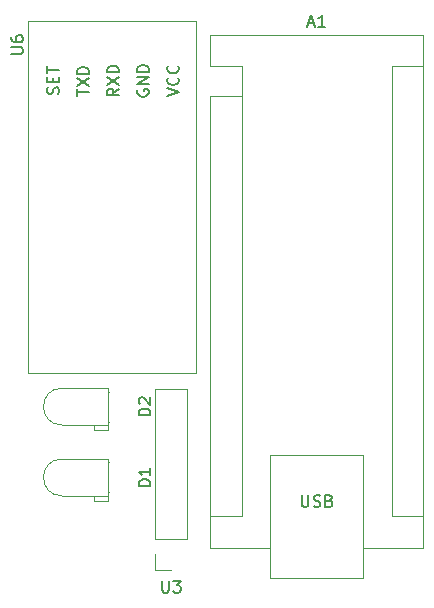
<source format=gbr>
%TF.GenerationSoftware,KiCad,Pcbnew,7.0.1*%
%TF.CreationDate,2023-04-05T12:26:27+02:00*%
%TF.ProjectId,STS,5354532e-6b69-4636-9164-5f7063625858,rev?*%
%TF.SameCoordinates,Original*%
%TF.FileFunction,Legend,Top*%
%TF.FilePolarity,Positive*%
%FSLAX46Y46*%
G04 Gerber Fmt 4.6, Leading zero omitted, Abs format (unit mm)*
G04 Created by KiCad (PCBNEW 7.0.1) date 2023-04-05 12:26:27*
%MOMM*%
%LPD*%
G01*
G04 APERTURE LIST*
%ADD10C,0.150000*%
%ADD11C,0.120000*%
G04 APERTURE END LIST*
D10*
%TO.C,D2*%
X111247619Y-99758094D02*
X110247619Y-99758094D01*
X110247619Y-99758094D02*
X110247619Y-99519999D01*
X110247619Y-99519999D02*
X110295238Y-99377142D01*
X110295238Y-99377142D02*
X110390476Y-99281904D01*
X110390476Y-99281904D02*
X110485714Y-99234285D01*
X110485714Y-99234285D02*
X110676190Y-99186666D01*
X110676190Y-99186666D02*
X110819047Y-99186666D01*
X110819047Y-99186666D02*
X111009523Y-99234285D01*
X111009523Y-99234285D02*
X111104761Y-99281904D01*
X111104761Y-99281904D02*
X111200000Y-99377142D01*
X111200000Y-99377142D02*
X111247619Y-99519999D01*
X111247619Y-99519999D02*
X111247619Y-99758094D01*
X110342857Y-98805713D02*
X110295238Y-98758094D01*
X110295238Y-98758094D02*
X110247619Y-98662856D01*
X110247619Y-98662856D02*
X110247619Y-98424761D01*
X110247619Y-98424761D02*
X110295238Y-98329523D01*
X110295238Y-98329523D02*
X110342857Y-98281904D01*
X110342857Y-98281904D02*
X110438095Y-98234285D01*
X110438095Y-98234285D02*
X110533333Y-98234285D01*
X110533333Y-98234285D02*
X110676190Y-98281904D01*
X110676190Y-98281904D02*
X111247619Y-98853332D01*
X111247619Y-98853332D02*
X111247619Y-98234285D01*
%TO.C,U3*%
X112238095Y-113772619D02*
X112238095Y-114582142D01*
X112238095Y-114582142D02*
X112285714Y-114677380D01*
X112285714Y-114677380D02*
X112333333Y-114725000D01*
X112333333Y-114725000D02*
X112428571Y-114772619D01*
X112428571Y-114772619D02*
X112619047Y-114772619D01*
X112619047Y-114772619D02*
X112714285Y-114725000D01*
X112714285Y-114725000D02*
X112761904Y-114677380D01*
X112761904Y-114677380D02*
X112809523Y-114582142D01*
X112809523Y-114582142D02*
X112809523Y-113772619D01*
X113190476Y-113772619D02*
X113809523Y-113772619D01*
X113809523Y-113772619D02*
X113476190Y-114153571D01*
X113476190Y-114153571D02*
X113619047Y-114153571D01*
X113619047Y-114153571D02*
X113714285Y-114201190D01*
X113714285Y-114201190D02*
X113761904Y-114248809D01*
X113761904Y-114248809D02*
X113809523Y-114344047D01*
X113809523Y-114344047D02*
X113809523Y-114582142D01*
X113809523Y-114582142D02*
X113761904Y-114677380D01*
X113761904Y-114677380D02*
X113714285Y-114725000D01*
X113714285Y-114725000D02*
X113619047Y-114772619D01*
X113619047Y-114772619D02*
X113333333Y-114772619D01*
X113333333Y-114772619D02*
X113238095Y-114725000D01*
X113238095Y-114725000D02*
X113190476Y-114677380D01*
%TO.C,U6*%
X99462619Y-69174404D02*
X100272142Y-69174404D01*
X100272142Y-69174404D02*
X100367380Y-69126785D01*
X100367380Y-69126785D02*
X100415000Y-69079166D01*
X100415000Y-69079166D02*
X100462619Y-68983928D01*
X100462619Y-68983928D02*
X100462619Y-68793452D01*
X100462619Y-68793452D02*
X100415000Y-68698214D01*
X100415000Y-68698214D02*
X100367380Y-68650595D01*
X100367380Y-68650595D02*
X100272142Y-68602976D01*
X100272142Y-68602976D02*
X99462619Y-68602976D01*
X99462619Y-67698214D02*
X99462619Y-67888690D01*
X99462619Y-67888690D02*
X99510238Y-67983928D01*
X99510238Y-67983928D02*
X99557857Y-68031547D01*
X99557857Y-68031547D02*
X99700714Y-68126785D01*
X99700714Y-68126785D02*
X99891190Y-68174404D01*
X99891190Y-68174404D02*
X100272142Y-68174404D01*
X100272142Y-68174404D02*
X100367380Y-68126785D01*
X100367380Y-68126785D02*
X100415000Y-68079166D01*
X100415000Y-68079166D02*
X100462619Y-67983928D01*
X100462619Y-67983928D02*
X100462619Y-67793452D01*
X100462619Y-67793452D02*
X100415000Y-67698214D01*
X100415000Y-67698214D02*
X100367380Y-67650595D01*
X100367380Y-67650595D02*
X100272142Y-67602976D01*
X100272142Y-67602976D02*
X100034047Y-67602976D01*
X100034047Y-67602976D02*
X99938809Y-67650595D01*
X99938809Y-67650595D02*
X99891190Y-67698214D01*
X99891190Y-67698214D02*
X99843571Y-67793452D01*
X99843571Y-67793452D02*
X99843571Y-67983928D01*
X99843571Y-67983928D02*
X99891190Y-68079166D01*
X99891190Y-68079166D02*
X99938809Y-68126785D01*
X99938809Y-68126785D02*
X100034047Y-68174404D01*
X105049619Y-72699404D02*
X105049619Y-72127976D01*
X106049619Y-72413690D02*
X105049619Y-72413690D01*
X105049619Y-71889880D02*
X106049619Y-71223214D01*
X105049619Y-71223214D02*
X106049619Y-71889880D01*
X106049619Y-70842261D02*
X105049619Y-70842261D01*
X105049619Y-70842261D02*
X105049619Y-70604166D01*
X105049619Y-70604166D02*
X105097238Y-70461309D01*
X105097238Y-70461309D02*
X105192476Y-70366071D01*
X105192476Y-70366071D02*
X105287714Y-70318452D01*
X105287714Y-70318452D02*
X105478190Y-70270833D01*
X105478190Y-70270833D02*
X105621047Y-70270833D01*
X105621047Y-70270833D02*
X105811523Y-70318452D01*
X105811523Y-70318452D02*
X105906761Y-70366071D01*
X105906761Y-70366071D02*
X106002000Y-70461309D01*
X106002000Y-70461309D02*
X106049619Y-70604166D01*
X106049619Y-70604166D02*
X106049619Y-70842261D01*
X103462000Y-72556547D02*
X103509619Y-72413690D01*
X103509619Y-72413690D02*
X103509619Y-72175595D01*
X103509619Y-72175595D02*
X103462000Y-72080357D01*
X103462000Y-72080357D02*
X103414380Y-72032738D01*
X103414380Y-72032738D02*
X103319142Y-71985119D01*
X103319142Y-71985119D02*
X103223904Y-71985119D01*
X103223904Y-71985119D02*
X103128666Y-72032738D01*
X103128666Y-72032738D02*
X103081047Y-72080357D01*
X103081047Y-72080357D02*
X103033428Y-72175595D01*
X103033428Y-72175595D02*
X102985809Y-72366071D01*
X102985809Y-72366071D02*
X102938190Y-72461309D01*
X102938190Y-72461309D02*
X102890571Y-72508928D01*
X102890571Y-72508928D02*
X102795333Y-72556547D01*
X102795333Y-72556547D02*
X102700095Y-72556547D01*
X102700095Y-72556547D02*
X102604857Y-72508928D01*
X102604857Y-72508928D02*
X102557238Y-72461309D01*
X102557238Y-72461309D02*
X102509619Y-72366071D01*
X102509619Y-72366071D02*
X102509619Y-72127976D01*
X102509619Y-72127976D02*
X102557238Y-71985119D01*
X102985809Y-71556547D02*
X102985809Y-71223214D01*
X103509619Y-71080357D02*
X103509619Y-71556547D01*
X103509619Y-71556547D02*
X102509619Y-71556547D01*
X102509619Y-71556547D02*
X102509619Y-71080357D01*
X102509619Y-70794642D02*
X102509619Y-70223214D01*
X103509619Y-70508928D02*
X102509619Y-70508928D01*
X110177238Y-72199404D02*
X110129619Y-72294642D01*
X110129619Y-72294642D02*
X110129619Y-72437499D01*
X110129619Y-72437499D02*
X110177238Y-72580356D01*
X110177238Y-72580356D02*
X110272476Y-72675594D01*
X110272476Y-72675594D02*
X110367714Y-72723213D01*
X110367714Y-72723213D02*
X110558190Y-72770832D01*
X110558190Y-72770832D02*
X110701047Y-72770832D01*
X110701047Y-72770832D02*
X110891523Y-72723213D01*
X110891523Y-72723213D02*
X110986761Y-72675594D01*
X110986761Y-72675594D02*
X111082000Y-72580356D01*
X111082000Y-72580356D02*
X111129619Y-72437499D01*
X111129619Y-72437499D02*
X111129619Y-72342261D01*
X111129619Y-72342261D02*
X111082000Y-72199404D01*
X111082000Y-72199404D02*
X111034380Y-72151785D01*
X111034380Y-72151785D02*
X110701047Y-72151785D01*
X110701047Y-72151785D02*
X110701047Y-72342261D01*
X111129619Y-71723213D02*
X110129619Y-71723213D01*
X110129619Y-71723213D02*
X111129619Y-71151785D01*
X111129619Y-71151785D02*
X110129619Y-71151785D01*
X111129619Y-70675594D02*
X110129619Y-70675594D01*
X110129619Y-70675594D02*
X110129619Y-70437499D01*
X110129619Y-70437499D02*
X110177238Y-70294642D01*
X110177238Y-70294642D02*
X110272476Y-70199404D01*
X110272476Y-70199404D02*
X110367714Y-70151785D01*
X110367714Y-70151785D02*
X110558190Y-70104166D01*
X110558190Y-70104166D02*
X110701047Y-70104166D01*
X110701047Y-70104166D02*
X110891523Y-70151785D01*
X110891523Y-70151785D02*
X110986761Y-70199404D01*
X110986761Y-70199404D02*
X111082000Y-70294642D01*
X111082000Y-70294642D02*
X111129619Y-70437499D01*
X111129619Y-70437499D02*
X111129619Y-70675594D01*
X108589619Y-72104166D02*
X108113428Y-72437499D01*
X108589619Y-72675594D02*
X107589619Y-72675594D01*
X107589619Y-72675594D02*
X107589619Y-72294642D01*
X107589619Y-72294642D02*
X107637238Y-72199404D01*
X107637238Y-72199404D02*
X107684857Y-72151785D01*
X107684857Y-72151785D02*
X107780095Y-72104166D01*
X107780095Y-72104166D02*
X107922952Y-72104166D01*
X107922952Y-72104166D02*
X108018190Y-72151785D01*
X108018190Y-72151785D02*
X108065809Y-72199404D01*
X108065809Y-72199404D02*
X108113428Y-72294642D01*
X108113428Y-72294642D02*
X108113428Y-72675594D01*
X107589619Y-71770832D02*
X108589619Y-71104166D01*
X107589619Y-71104166D02*
X108589619Y-71770832D01*
X108589619Y-70723213D02*
X107589619Y-70723213D01*
X107589619Y-70723213D02*
X107589619Y-70485118D01*
X107589619Y-70485118D02*
X107637238Y-70342261D01*
X107637238Y-70342261D02*
X107732476Y-70247023D01*
X107732476Y-70247023D02*
X107827714Y-70199404D01*
X107827714Y-70199404D02*
X108018190Y-70151785D01*
X108018190Y-70151785D02*
X108161047Y-70151785D01*
X108161047Y-70151785D02*
X108351523Y-70199404D01*
X108351523Y-70199404D02*
X108446761Y-70247023D01*
X108446761Y-70247023D02*
X108542000Y-70342261D01*
X108542000Y-70342261D02*
X108589619Y-70485118D01*
X108589619Y-70485118D02*
X108589619Y-70723213D01*
X112669619Y-72745832D02*
X113669619Y-72412499D01*
X113669619Y-72412499D02*
X112669619Y-72079166D01*
X113574380Y-71174404D02*
X113622000Y-71222023D01*
X113622000Y-71222023D02*
X113669619Y-71364880D01*
X113669619Y-71364880D02*
X113669619Y-71460118D01*
X113669619Y-71460118D02*
X113622000Y-71602975D01*
X113622000Y-71602975D02*
X113526761Y-71698213D01*
X113526761Y-71698213D02*
X113431523Y-71745832D01*
X113431523Y-71745832D02*
X113241047Y-71793451D01*
X113241047Y-71793451D02*
X113098190Y-71793451D01*
X113098190Y-71793451D02*
X112907714Y-71745832D01*
X112907714Y-71745832D02*
X112812476Y-71698213D01*
X112812476Y-71698213D02*
X112717238Y-71602975D01*
X112717238Y-71602975D02*
X112669619Y-71460118D01*
X112669619Y-71460118D02*
X112669619Y-71364880D01*
X112669619Y-71364880D02*
X112717238Y-71222023D01*
X112717238Y-71222023D02*
X112764857Y-71174404D01*
X113574380Y-70174404D02*
X113622000Y-70222023D01*
X113622000Y-70222023D02*
X113669619Y-70364880D01*
X113669619Y-70364880D02*
X113669619Y-70460118D01*
X113669619Y-70460118D02*
X113622000Y-70602975D01*
X113622000Y-70602975D02*
X113526761Y-70698213D01*
X113526761Y-70698213D02*
X113431523Y-70745832D01*
X113431523Y-70745832D02*
X113241047Y-70793451D01*
X113241047Y-70793451D02*
X113098190Y-70793451D01*
X113098190Y-70793451D02*
X112907714Y-70745832D01*
X112907714Y-70745832D02*
X112812476Y-70698213D01*
X112812476Y-70698213D02*
X112717238Y-70602975D01*
X112717238Y-70602975D02*
X112669619Y-70460118D01*
X112669619Y-70460118D02*
X112669619Y-70364880D01*
X112669619Y-70364880D02*
X112717238Y-70222023D01*
X112717238Y-70222023D02*
X112764857Y-70174404D01*
%TO.C,A1*%
X124602714Y-66580904D02*
X125078904Y-66580904D01*
X124507476Y-66866619D02*
X124840809Y-65866619D01*
X124840809Y-65866619D02*
X125174142Y-66866619D01*
X126031285Y-66866619D02*
X125459857Y-66866619D01*
X125745571Y-66866619D02*
X125745571Y-65866619D01*
X125745571Y-65866619D02*
X125650333Y-66009476D01*
X125650333Y-66009476D02*
X125555095Y-66104714D01*
X125555095Y-66104714D02*
X125459857Y-66152333D01*
X124055095Y-106506619D02*
X124055095Y-107316142D01*
X124055095Y-107316142D02*
X124102714Y-107411380D01*
X124102714Y-107411380D02*
X124150333Y-107459000D01*
X124150333Y-107459000D02*
X124245571Y-107506619D01*
X124245571Y-107506619D02*
X124436047Y-107506619D01*
X124436047Y-107506619D02*
X124531285Y-107459000D01*
X124531285Y-107459000D02*
X124578904Y-107411380D01*
X124578904Y-107411380D02*
X124626523Y-107316142D01*
X124626523Y-107316142D02*
X124626523Y-106506619D01*
X125055095Y-107459000D02*
X125197952Y-107506619D01*
X125197952Y-107506619D02*
X125436047Y-107506619D01*
X125436047Y-107506619D02*
X125531285Y-107459000D01*
X125531285Y-107459000D02*
X125578904Y-107411380D01*
X125578904Y-107411380D02*
X125626523Y-107316142D01*
X125626523Y-107316142D02*
X125626523Y-107220904D01*
X125626523Y-107220904D02*
X125578904Y-107125666D01*
X125578904Y-107125666D02*
X125531285Y-107078047D01*
X125531285Y-107078047D02*
X125436047Y-107030428D01*
X125436047Y-107030428D02*
X125245571Y-106982809D01*
X125245571Y-106982809D02*
X125150333Y-106935190D01*
X125150333Y-106935190D02*
X125102714Y-106887571D01*
X125102714Y-106887571D02*
X125055095Y-106792333D01*
X125055095Y-106792333D02*
X125055095Y-106697095D01*
X125055095Y-106697095D02*
X125102714Y-106601857D01*
X125102714Y-106601857D02*
X125150333Y-106554238D01*
X125150333Y-106554238D02*
X125245571Y-106506619D01*
X125245571Y-106506619D02*
X125483666Y-106506619D01*
X125483666Y-106506619D02*
X125626523Y-106554238D01*
X126388428Y-106982809D02*
X126531285Y-107030428D01*
X126531285Y-107030428D02*
X126578904Y-107078047D01*
X126578904Y-107078047D02*
X126626523Y-107173285D01*
X126626523Y-107173285D02*
X126626523Y-107316142D01*
X126626523Y-107316142D02*
X126578904Y-107411380D01*
X126578904Y-107411380D02*
X126531285Y-107459000D01*
X126531285Y-107459000D02*
X126436047Y-107506619D01*
X126436047Y-107506619D02*
X126055095Y-107506619D01*
X126055095Y-107506619D02*
X126055095Y-106506619D01*
X126055095Y-106506619D02*
X126388428Y-106506619D01*
X126388428Y-106506619D02*
X126483666Y-106554238D01*
X126483666Y-106554238D02*
X126531285Y-106601857D01*
X126531285Y-106601857D02*
X126578904Y-106697095D01*
X126578904Y-106697095D02*
X126578904Y-106792333D01*
X126578904Y-106792333D02*
X126531285Y-106887571D01*
X126531285Y-106887571D02*
X126483666Y-106935190D01*
X126483666Y-106935190D02*
X126388428Y-106982809D01*
X126388428Y-106982809D02*
X126055095Y-106982809D01*
%TO.C,D1*%
X111247619Y-105758094D02*
X110247619Y-105758094D01*
X110247619Y-105758094D02*
X110247619Y-105519999D01*
X110247619Y-105519999D02*
X110295238Y-105377142D01*
X110295238Y-105377142D02*
X110390476Y-105281904D01*
X110390476Y-105281904D02*
X110485714Y-105234285D01*
X110485714Y-105234285D02*
X110676190Y-105186666D01*
X110676190Y-105186666D02*
X110819047Y-105186666D01*
X110819047Y-105186666D02*
X111009523Y-105234285D01*
X111009523Y-105234285D02*
X111104761Y-105281904D01*
X111104761Y-105281904D02*
X111200000Y-105377142D01*
X111200000Y-105377142D02*
X111247619Y-105519999D01*
X111247619Y-105519999D02*
X111247619Y-105758094D01*
X111247619Y-104234285D02*
X111247619Y-104805713D01*
X111247619Y-104519999D02*
X110247619Y-104519999D01*
X110247619Y-104519999D02*
X110390476Y-104615237D01*
X110390476Y-104615237D02*
X110485714Y-104710475D01*
X110485714Y-104710475D02*
X110533333Y-104805713D01*
D11*
%TO.C,D2*%
X107615000Y-97460000D02*
X103755000Y-97460000D01*
X107615000Y-97460000D02*
X107615000Y-100580000D01*
X107745000Y-97750000D02*
X107745000Y-97750000D01*
X107745000Y-97750000D02*
X107615000Y-97750000D01*
X107615000Y-97750000D02*
X107745000Y-97750000D01*
X107615000Y-97750000D02*
X107615000Y-97750000D01*
X107745000Y-100290000D02*
X107745000Y-100290000D01*
X107745000Y-100290000D02*
X107615000Y-100290000D01*
X107615000Y-100290000D02*
X107745000Y-100290000D01*
X107615000Y-100290000D02*
X107615000Y-100290000D01*
X107615000Y-100580000D02*
X103755000Y-100580000D01*
X107615000Y-100580000D02*
X107615000Y-100980000D01*
X106495000Y-100580000D02*
X107615000Y-100580000D01*
X107615000Y-100980000D02*
X106495000Y-100980000D01*
X106495000Y-100980000D02*
X106495000Y-100580000D01*
X103755000Y-97460000D02*
G75*
G03*
X103755000Y-100580000I0J-1560000D01*
G01*
%TO.C,U3*%
X114330000Y-110270000D02*
X114330000Y-97510000D01*
X114330000Y-110270000D02*
X111670000Y-110270000D01*
X114330000Y-97510000D02*
X111670000Y-97510000D01*
X113000000Y-112870000D02*
X111670000Y-112870000D01*
X111670000Y-112870000D02*
X111670000Y-111540000D01*
X111670000Y-110270000D02*
X111670000Y-97510000D01*
%TO.C,U6*%
X115112000Y-66357500D02*
X115112000Y-96202500D01*
X100888000Y-66357500D02*
X115112000Y-66357500D01*
X115112000Y-96202500D02*
X100888000Y-96202500D01*
X100888000Y-96202500D02*
X100888000Y-66357500D01*
%TO.C,A1*%
X116297000Y-67544000D02*
X116297000Y-70214000D01*
X116297000Y-72754000D02*
X116297000Y-110984000D01*
X116297000Y-110984000D02*
X121377000Y-110984000D01*
X118967000Y-70214000D02*
X116297000Y-70214000D01*
X118967000Y-72754000D02*
X116297000Y-72754000D01*
X118967000Y-72754000D02*
X118967000Y-70214000D01*
X118967000Y-72754000D02*
X118967000Y-108314000D01*
X118967000Y-108314000D02*
X116297000Y-108314000D01*
X121377000Y-103104000D02*
X129257000Y-103104000D01*
X121377000Y-113524000D02*
X121377000Y-103104000D01*
X129257000Y-103104000D02*
X129257000Y-113524000D01*
X129257000Y-113524000D02*
X121377000Y-113524000D01*
X131667000Y-70214000D02*
X131667000Y-108314000D01*
X131667000Y-70214000D02*
X134337000Y-70214000D01*
X131667000Y-108314000D02*
X134337000Y-108314000D01*
X134337000Y-67544000D02*
X116297000Y-67544000D01*
X134337000Y-110984000D02*
X129257000Y-110984000D01*
X134337000Y-110984000D02*
X134337000Y-67544000D01*
%TO.C,D1*%
X107615000Y-103460000D02*
X103755000Y-103460000D01*
X107615000Y-103460000D02*
X107615000Y-106580000D01*
X107745000Y-103750000D02*
X107745000Y-103750000D01*
X107745000Y-103750000D02*
X107615000Y-103750000D01*
X107615000Y-103750000D02*
X107745000Y-103750000D01*
X107615000Y-103750000D02*
X107615000Y-103750000D01*
X107745000Y-106290000D02*
X107745000Y-106290000D01*
X107745000Y-106290000D02*
X107615000Y-106290000D01*
X107615000Y-106290000D02*
X107745000Y-106290000D01*
X107615000Y-106290000D02*
X107615000Y-106290000D01*
X107615000Y-106580000D02*
X103755000Y-106580000D01*
X107615000Y-106580000D02*
X107615000Y-106980000D01*
X106495000Y-106580000D02*
X107615000Y-106580000D01*
X107615000Y-106980000D02*
X106495000Y-106980000D01*
X106495000Y-106980000D02*
X106495000Y-106580000D01*
X103755000Y-103460000D02*
G75*
G03*
X103755000Y-106580000I0J-1560000D01*
G01*
%TD*%
M02*

</source>
